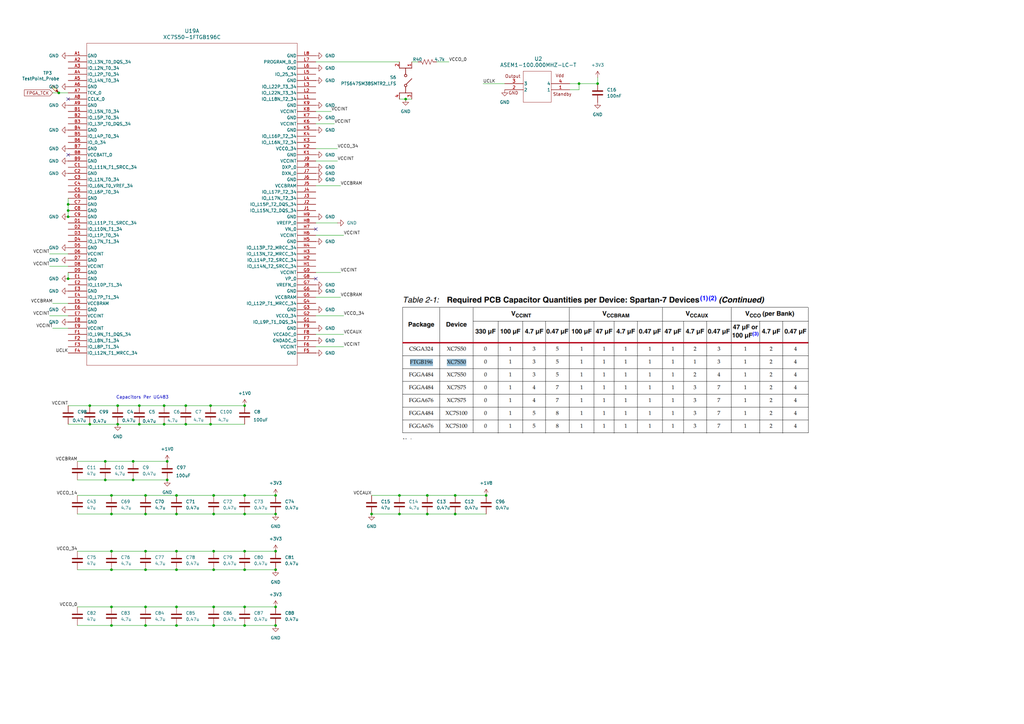
<source format=kicad_sch>
(kicad_sch (version 20250114) (generator "eeschema") (generator_version "9.0")
  (paper "A3")
  (text "Capacitors Per UG483\n" (at 58.42 163.068 0) (effects (font (size 1.27 1.27))))
  (junction (at 186.69 203.2))
  (junction (at 87.63 203.2))
  (junction (at 36.83 173.99))
  (junction (at 72.39 256.54))
  (junction (at 54.61 196.85))
  (junction (at 113.03 256.54))
  (junction (at 27.94 83.82))
  (junction (at 87.63 210.82))
  (junction (at 163.83 203.2))
  (junction (at 113.03 233.68))
  (junction (at 68.58 189.23))
  (junction (at 72.39 233.68))
  (junction (at 45.72 248.92))
  (junction (at 59.69 210.82))
  (junction (at 68.58 196.85))
  (junction (at 57.15 173.99))
  (junction (at 59.69 226.06))
  (junction (at 24.13 38.1))
  (junction (at 113.03 203.2))
  (junction (at 48.26 173.99))
  (junction (at 113.03 248.92))
  (junction (at 175.26 210.82))
  (junction (at 86.36 166.37))
  (junction (at 166.37 40.64))
  (junction (at 72.39 210.82))
  (junction (at 72.39 203.2))
  (junction (at 100.33 248.92))
  (junction (at 72.39 226.06))
  (junction (at 27.94 114.3))
  (junction (at 87.63 233.68))
  (junction (at 175.26 203.2))
  (junction (at 237.49 34.29))
  (junction (at 67.31 173.99))
  (junction (at 59.69 248.92))
  (junction (at 54.61 189.23))
  (junction (at 87.63 256.54))
  (junction (at 45.72 210.82))
  (junction (at 27.94 88.9))
  (junction (at 186.69 210.82))
  (junction (at 45.72 233.68))
  (junction (at 86.36 173.99))
  (junction (at 87.63 226.06))
  (junction (at 36.83 166.37))
  (junction (at 113.03 226.06))
  (junction (at 87.63 248.92))
  (junction (at 59.69 203.2))
  (junction (at 100.33 233.68))
  (junction (at 72.39 248.92))
  (junction (at 59.69 233.68))
  (junction (at 45.72 256.54))
  (junction (at 245.11 34.29))
  (junction (at 199.39 203.2))
  (junction (at 100.33 166.37))
  (junction (at 100.33 203.2))
  (junction (at 45.72 226.06))
  (junction (at 45.72 203.2))
  (junction (at 152.4 210.82))
  (junction (at 163.83 210.82))
  (junction (at 48.26 166.37))
  (junction (at 76.2 166.37))
  (junction (at 59.69 256.54))
  (junction (at 43.18 196.85))
  (junction (at 76.2 173.99))
  (junction (at 67.31 166.37))
  (junction (at 27.94 86.36))
  (junction (at 100.33 256.54))
  (junction (at 113.03 210.82))
  (junction (at 43.18 189.23))
  (junction (at 57.15 166.37))
  (junction (at 100.33 210.82))
  (junction (at 100.33 226.06))
  (no_connect (at 27.94 63.5))
  (no_connect (at 27.94 40.64))
  (no_connect (at 129.54 93.98))
  (no_connect (at 129.54 114.3))
  (wire (pts (xy 36.83 173.99) (xy 48.26 173.99)))
  (wire (pts (xy 168.91 25.4) (xy 171.45 25.4)))
  (wire (pts (xy 67.31 173.99) (xy 76.2 173.99)))
  (wire (pts (xy 140.97 142.24) (xy 129.54 142.24)))
  (wire (pts (xy 199.39 203.2) (xy 186.69 203.2)))
  (wire (pts (xy 137.16 50.8) (xy 129.54 50.8)))
  (wire (pts (xy 21.59 134.62) (xy 27.94 134.62)))
  (wire (pts (xy 233.68 36.83) (xy 237.49 36.83)))
  (wire (pts (xy 76.2 173.99) (xy 86.36 173.99)))
  (wire (pts (xy 87.63 256.54) (xy 100.33 256.54)))
  (wire (pts (xy 68.58 196.85) (xy 54.61 196.85)))
  (wire (pts (xy 72.39 203.2) (xy 87.63 203.2)))
  (wire (pts (xy 48.26 166.37) (xy 57.15 166.37)))
  (wire (pts (xy 45.72 226.06) (xy 59.69 226.06)))
  (wire (pts (xy 20.32 129.54) (xy 27.94 129.54)))
  (wire (pts (xy 31.75 233.68) (xy 45.72 233.68)))
  (wire (pts (xy 166.37 40.64) (xy 163.83 40.64)))
  (wire (pts (xy 24.13 38.1) (xy 27.94 38.1)))
  (wire (pts (xy 43.18 196.85) (xy 31.75 196.85)))
  (wire (pts (xy 72.39 226.06) (xy 87.63 226.06)))
  (wire (pts (xy 21.59 124.46) (xy 27.94 124.46)))
  (wire (pts (xy 43.18 189.23) (xy 31.75 189.23)))
  (wire (pts (xy 68.58 189.23) (xy 54.61 189.23)))
  (wire (pts (xy 139.7 76.2) (xy 129.54 76.2)))
  (wire (pts (xy 175.26 203.2) (xy 163.83 203.2)))
  (wire (pts (xy 245.11 31.75) (xy 245.11 34.29)))
  (wire (pts (xy 86.36 166.37) (xy 100.33 166.37)))
  (wire (pts (xy 48.26 173.99) (xy 57.15 173.99)))
  (wire (pts (xy 163.83 203.2) (xy 152.4 203.2)))
  (wire (pts (xy 43.18 196.85) (xy 54.61 196.85)))
  (wire (pts (xy 87.63 210.82) (xy 100.33 210.82)))
  (wire (pts (xy 237.49 34.29) (xy 245.11 34.29)))
  (wire (pts (xy 138.43 60.96) (xy 129.54 60.96)))
  (wire (pts (xy 45.72 210.82) (xy 59.69 210.82)))
  (wire (pts (xy 27.94 81.28) (xy 27.94 83.82)))
  (wire (pts (xy 27.94 166.37) (xy 36.83 166.37)))
  (wire (pts (xy 175.26 210.82) (xy 186.69 210.82)))
  (wire (pts (xy 20.32 104.14) (xy 27.94 104.14)))
  (wire (pts (xy 72.39 248.92) (xy 87.63 248.92)))
  (wire (pts (xy 31.75 256.54) (xy 45.72 256.54)))
  (wire (pts (xy 87.63 248.92) (xy 100.33 248.92)))
  (wire (pts (xy 100.33 248.92) (xy 113.03 248.92)))
  (wire (pts (xy 186.69 210.82) (xy 199.39 210.82)))
  (wire (pts (xy 86.36 173.99) (xy 100.33 173.99)))
  (wire (pts (xy 237.49 34.29) (xy 233.68 34.29)))
  (wire (pts (xy 139.7 111.76) (xy 129.54 111.76)))
  (wire (pts (xy 100.33 256.54) (xy 113.03 256.54)))
  (wire (pts (xy 72.39 210.82) (xy 87.63 210.82)))
  (wire (pts (xy 100.33 203.2) (xy 113.03 203.2)))
  (wire (pts (xy 59.69 210.82) (xy 72.39 210.82)))
  (wire (pts (xy 59.69 226.06) (xy 72.39 226.06)))
  (wire (pts (xy 168.91 40.64) (xy 166.37 40.64)))
  (wire (pts (xy 59.69 256.54) (xy 72.39 256.54)))
  (wire (pts (xy 31.75 203.2) (xy 45.72 203.2)))
  (wire (pts (xy 20.32 109.22) (xy 27.94 109.22)))
  (wire (pts (xy 59.69 233.68) (xy 72.39 233.68)))
  (wire (pts (xy 138.43 91.44) (xy 129.54 91.44)))
  (wire (pts (xy 179.07 25.4) (xy 184.15 25.4)))
  (wire (pts (xy 27.94 86.36) (xy 27.94 88.9)))
  (wire (pts (xy 138.43 66.04) (xy 129.54 66.04)))
  (wire (pts (xy 140.97 129.54) (xy 129.54 129.54)))
  (wire (pts (xy 36.83 166.37) (xy 48.26 166.37)))
  (wire (pts (xy 163.83 210.82) (xy 175.26 210.82)))
  (wire (pts (xy 100.33 233.68) (xy 113.03 233.68)))
  (wire (pts (xy 139.7 121.92) (xy 129.54 121.92)))
  (wire (pts (xy 57.15 166.37) (xy 67.31 166.37)))
  (wire (pts (xy 87.63 203.2) (xy 100.33 203.2)))
  (wire (pts (xy 100.33 226.06) (xy 113.03 226.06)))
  (wire (pts (xy 45.72 256.54) (xy 59.69 256.54)))
  (wire (pts (xy 186.69 203.2) (xy 175.26 203.2)))
  (wire (pts (xy 27.94 111.76) (xy 27.94 114.3)))
  (wire (pts (xy 87.63 233.68) (xy 100.33 233.68)))
  (wire (pts (xy 152.4 210.82) (xy 163.83 210.82)))
  (wire (pts (xy 57.15 173.99) (xy 67.31 173.99)))
  (wire (pts (xy 87.63 226.06) (xy 100.33 226.06)))
  (wire (pts (xy 129.54 25.4) (xy 163.83 25.4)))
  (wire (pts (xy 27.94 83.82) (xy 27.94 86.36)))
  (wire (pts (xy 31.75 226.06) (xy 45.72 226.06)))
  (wire (pts (xy 31.75 248.92) (xy 45.72 248.92)))
  (wire (pts (xy 67.31 166.37) (xy 76.2 166.37)))
  (wire (pts (xy 72.39 233.68) (xy 87.63 233.68)))
  (wire (pts (xy 21.59 38.1) (xy 24.13 38.1)))
  (wire (pts (xy 72.39 256.54) (xy 87.63 256.54)))
  (wire (pts (xy 135.89 45.72) (xy 129.54 45.72)))
  (wire (pts (xy 45.72 233.68) (xy 59.69 233.68)))
  (wire (pts (xy 27.94 173.99) (xy 36.83 173.99)))
  (wire (pts (xy 31.75 210.82) (xy 45.72 210.82)))
  (wire (pts (xy 237.49 36.83) (xy 237.49 34.29)))
  (wire (pts (xy 59.69 203.2) (xy 72.39 203.2)))
  (wire (pts (xy 100.33 210.82) (xy 113.03 210.82)))
  (wire (pts (xy 45.72 248.92) (xy 59.69 248.92)))
  (wire (pts (xy 198.12 34.29) (xy 207.01 34.29)))
  (wire (pts (xy 59.69 248.92) (xy 72.39 248.92)))
  (wire (pts (xy 76.2 166.37) (xy 86.36 166.37)))
  (wire (pts (xy 140.97 96.52) (xy 129.54 96.52)))
  (wire (pts (xy 140.97 137.16) (xy 129.54 137.16)))
  (wire (pts (xy 45.72 203.2) (xy 59.69 203.2)))
  (wire (pts (xy 54.61 189.23) (xy 43.18 189.23)))
  (image (at 248.412 149.352) (scale 0.500003))
  (label "VCCINT" (at 137.16 50.8 0))
  (label "VCCBRAM" (at 139.7 121.92 0))
  (label "VCCINT" (at 27.94 166.37 180))
  (label "VCCO_0" (at 184.15 25.4 0))
  (label "VCCAUX" (at 152.4 203.2 180))
  (label "VCCINT" (at 20.32 104.14 180))
  (label "VCCO_34" (at 138.43 60.96 0))
  (label "VCCBRAM" (at 139.7 76.2 0))
  (label "VCCO_0" (at 31.75 248.92 180))
  (label "VCCINT" (at 140.97 142.24 0))
  (label "VCCINT" (at 20.32 129.54 180))
  (label "VCCO_34" (at 31.75 226.06 180))
  (label "VCCINT" (at 135.89 45.72 0))
  (label "VCCAUX" (at 140.97 137.16 0))
  (label "VCCINT" (at 140.97 96.52 0))
  (label "VCCINT" (at 138.43 66.04 0))
  (label "VCCINT" (at 139.7 111.76 0))
  (label "VCCO_34" (at 140.97 129.54 0))
  (label "VCCINT" (at 21.59 134.62 180))
  (label "VCCO_14" (at 31.75 203.2 180))
  (label "VCCBRAM" (at 31.75 189.23 180))
  (label "VCCINT" (at 20.32 109.22 180))
  (label "UCLK" (at 198.12 34.29 0))
  (label "VCCBRAM" (at 21.59 124.46 180))
  (label "UCLK" (at 27.94 144.78 180))
  (global_label "FPGA_TCK" (shape input) (at 21.59 38.1 180) (property "Intersheetrefs" "${INTERSHEET_REFS}" (effects (hide yes))))
  (symbol (lib_id "power:GND") (at 138.43 91.44 90) (unit 1)
    (property "Reference" "#PWR030" (effects (hide yes)))
    (property "Value" "GND" (at 142.24 91.4399 90) (effects (justify right)))
    (property "Description" "Power symbol creates a global label with name \"GND\" , ground" (effects (hide yes)))
  )
  (symbol (lib_id "Device:C") (at 87.63 229.87 0) (unit 1)
    (property "Reference" "C79" (at 91.44 228.5999 0) (effects (justify left)))
    (property "Value" "0.47u" (at 91.44 231.1399 0) (effects (justify left)))
    (property "Footprint" "Capacitor_SMD:C_0402_1005Metric" (effects (hide yes)))
    (property "Description" "Unpolarized capacitor" (effects (hide yes)))
  )
  (symbol (lib_id "Device:C") (at 163.83 207.01 0) (unit 1)
    (property "Reference" "C14" (at 167.64 205.7399 0) (effects (justify left)))
    (property "Value" "4.7u" (at 167.64 208.2799 0) (effects (justify left)))
    (property "Footprint" "Capacitor_SMD:C_0402_1005Metric" (effects (hide yes)))
    (property "Description" "Unpolarized capacitor" (effects (hide yes)))
  )
  (symbol (lib_id "Device:C") (at 86.36 170.18 0) (unit 1)
    (property "Reference" "C100" (at 90.17 168.9099 0) (effects (justify left)))
    (property "Value" "4.7u" (at 89.408 172.212 0) (effects (justify left)))
    (property "Footprint" "Capacitor_SMD:C_0402_1005Metric" (effects (hide yes)))
    (property "Description" "Unpolarized capacitor" (effects (hide yes)))
  )
  (symbol (lib_id "power:+3V3") (at 113.03 248.92 0) (unit 1)
    (property "Reference" "#PWR0143" (effects (hide yes)))
    (property "Value" "+3V3" (at 113.03 243.84 0))
    (property "Description" "Power symbol creates a global label with name \"+3V3\"" (effects (hide yes)))
  )
  (symbol (lib_id "Connector:TestPoint_Probe") (at 24.13 38.1 0) (mirror y) (unit 1)
    (property "Reference" "TP3" (at 21.336 29.972 0) (effects (justify left)))
    (property "Value" "TestPoint_Probe" (at 24.384 32.258 0) (effects (justify left)))
    (property "Footprint" "TestPoint:TestPoint_Pad_D1.0mm" (effects (hide yes)))
    (property "Description" "test point (alternative probe-style design)" (effects (hide yes)))
  )
  (symbol (lib_id "Device:C") (at 54.61 193.04 0) (unit 1)
    (property "Reference" "C9" (at 58.42 191.7699 0) (effects (justify left)))
    (property "Value" "0.47u" (at 58.42 194.3099 0) (effects (justify left)))
    (property "Footprint" "Capacitor_SMD:C_0402_1005Metric" (effects (hide yes)))
    (property "Description" "Unpolarized capacitor" (effects (hide yes)))
  )
  (symbol (lib_id "power:GND") (at 27.94 114.3 270) (unit 1)
    (property "Reference" "#PWR0226" (effects (hide yes)))
    (property "Value" "GND" (at 24.13 114.2999 90) (effects (justify right)))
    (property "Description" "Power symbol creates a global label with name \"GND\" , ground" (effects (hide yes)))
  )
  (symbol (lib_id "Device:C") (at 45.72 252.73 0) (unit 1)
    (property "Reference" "C83" (at 49.53 251.4599 0) (effects (justify left)))
    (property "Value" "4.7u" (at 49.53 253.9999 0) (effects (justify left)))
    (property "Footprint" "Capacitor_SMD:C_0402_1005Metric" (effects (hide yes)))
    (property "Description" "Unpolarized capacitor" (effects (hide yes)))
  )
  (symbol (lib_id "power:GND") (at 113.03 256.54 0) (unit 1)
    (property "Reference" "#PWR0163" (effects (hide yes)))
    (property "Value" "GND" (at 113.03 261.62 0))
    (property "Description" "Power symbol creates a global label with name \"GND\" , ground" (effects (hide yes)))
  )
  (symbol (lib_id "power:GND") (at 113.03 210.82 0) (unit 1)
    (property "Reference" "#PWR069" (effects (hide yes)))
    (property "Value" "GND" (at 113.03 215.9 0))
    (property "Description" "Power symbol creates a global label with name \"GND\" , ground" (effects (hide yes)))
  )
  (symbol (lib_id "Device:C") (at 59.69 207.01 0) (unit 1)
    (property "Reference" "C70" (at 63.5 205.7399 0) (effects (justify left)))
    (property "Value" "4.7u" (at 63.5 208.2799 0) (effects (justify left)))
    (property "Footprint" "Capacitor_SMD:C_0402_1005Metric" (effects (hide yes)))
    (property "Description" "Unpolarized capacitor" (effects (hide yes)))
  )
  (symbol (lib_id "power:GND") (at 27.94 132.08 270) (unit 1)
    (property "Reference" "#PWR0223" (effects (hide yes)))
    (property "Value" "GND" (at 24.13 132.0799 90) (effects (justify right)))
    (property "Description" "Power symbol creates a global label with name \"GND\" , ground" (effects (hide yes)))
  )
  (symbol (lib_id "power:GND") (at 27.94 22.86 270) (unit 1)
    (property "Reference" "#PWR0236" (effects (hide yes)))
    (property "Value" "GND" (at 24.13 22.8599 90) (effects (justify right)))
    (property "Description" "Power symbol creates a global label with name \"GND\" , ground" (effects (hide yes)))
  )
  (symbol (lib_id "Device:C") (at 199.39 207.01 0) (unit 1)
    (property "Reference" "C96" (at 203.2 205.7399 0) (effects (justify left)))
    (property "Value" "0.47u" (at 203.2 208.2799 0) (effects (justify left)))
    (property "Footprint" "Capacitor_SMD:C_0402_1005Metric" (effects (hide yes)))
    (property "Description" "Unpolarized capacitor" (effects (hide yes)))
  )
  (symbol (lib_id "power:GND") (at 27.94 60.96 270) (unit 1)
    (property "Reference" "#PWR0232" (effects (hide yes)))
    (property "Value" "GND" (at 24.13 60.9599 90) (effects (justify right)))
    (property "Description" "Power symbol creates a global label with name \"GND\" , ground" (effects (hide yes)))
  )
  (symbol (lib_id "Device:R_US") (at 175.26 25.4 270) (mirror x) (unit 1)
    (property "Reference" "R40" (at 171.196 24.384 90))
    (property "Value" "4.7k" (at 180.34 24.384 90))
    (property "Footprint" "Resistor_SMD:R_0402_1005Metric" (effects (hide yes)))
    (property "Description" "Resistor, US symbol" (effects (hide yes)))
  )
  (symbol (lib_id "power:GND") (at 207.01 36.83 0) (unit 1)
    (property "Reference" "#PWR091" (effects (hide yes)))
    (property "Value" "GND" (at 207.01 41.91 0))
    (property "Description" "Power symbol creates a global label with name \"GND\" , ground" (effects (hide yes)))
  )
  (symbol (lib_id "Device:C") (at 31.75 252.73 0) (unit 1)
    (property "Reference" "C82" (at 35.56 251.4599 0) (effects (justify left)))
    (property "Value" "47u" (at 35.56 253.9999 0) (effects (justify left)))
    (property "Footprint" "Capacitor_SMD:C_0603_1608Metric" (effects (hide yes)))
    (property "Description" "Unpolarized capacitor" (effects (hide yes)))
  )
  (symbol (lib_id "power:GND") (at 129.54 33.02 90) (unit 1)
    (property "Reference" "#PWR0220" (effects (hide yes)))
    (property "Value" "GND" (at 133.35 33.0199 90) (effects (justify right)))
    (property "Description" "Power symbol creates a global label with name \"GND\" , ground" (effects (hide yes)))
  )
  (symbol (lib_id "power:+3V3") (at 113.03 203.2 0) (unit 1)
    (property "Reference" "#PWR071" (effects (hide yes)))
    (property "Value" "+3V3" (at 113.03 198.12 0))
    (property "Description" "Power symbol creates a global label with name \"+3V3\"" (effects (hide yes)))
  )
  (symbol (lib_id "Device:C") (at 76.2 170.18 0) (unit 1)
    (property "Reference" "C7" (at 80.01 168.9099 0) (effects (justify left)))
    (property "Value" "4.7u" (at 79.248 172.212 0) (effects (justify left)))
    (property "Footprint" "Capacitor_SMD:C_0402_1005Metric" (effects (hide yes)))
    (property "Description" "Unpolarized capacitor" (effects (hide yes)))
  )
  (symbol (lib_id "power:GND") (at 129.54 22.86 90) (unit 1)
    (property "Reference" "#PWR0221" (effects (hide yes)))
    (property "Value" "GND" (at 133.35 22.8599 90) (effects (justify right)))
    (property "Description" "Power symbol creates a global label with name \"GND\" , ground" (effects (hide yes)))
  )
  (symbol (lib_id "power:GND") (at 129.54 116.84 90) (unit 1)
    (property "Reference" "#PWR0237" (effects (hide yes)))
    (property "Value" "GND" (at 133.35 116.8399 90) (effects (justify right)))
    (property "Description" "Power symbol creates a global label with name \"GND\" , ground" (effects (hide yes)))
  )
  (symbol (lib_id "power:GND") (at 129.54 68.58 90) (unit 1)
    (property "Reference" "#PWR031" (effects (hide yes)))
    (property "Value" "GND" (at 133.35 68.5799 90) (effects (justify right)))
    (property "Description" "Power symbol creates a global label with name \"GND\" , ground" (effects (hide yes)))
  )
  (symbol (lib_id "power:GND") (at 27.94 106.68 270) (unit 1)
    (property "Reference" "#PWR0227" (effects (hide yes)))
    (property "Value" "GND" (at 24.13 106.6799 90) (effects (justify right)))
    (property "Description" "Power symbol creates a global label with name \"GND\" , ground" (effects (hide yes)))
  )
  (symbol (lib_id "power:+1V8") (at 199.39 203.2 0) (unit 1)
    (property "Reference" "#PWR087" (effects (hide yes)))
    (property "Value" "+1V8" (at 199.39 198.12 0))
    (property "Description" "Power symbol creates a global label with name \"+1V8\"" (effects (hide yes)))
  )
  (symbol (lib_id "power:GND") (at 27.94 43.18 270) (unit 1)
    (property "Reference" "#PWR0234" (effects (hide yes)))
    (property "Value" "GND" (at 24.13 43.1799 90) (effects (justify right)))
    (property "Description" "Power symbol creates a global label with name \"GND\" , ground" (effects (hide yes)))
  )
  (symbol (lib_id "power:GND") (at 27.94 101.6 270) (unit 1)
    (property "Reference" "#PWR0228" (effects (hide yes)))
    (property "Value" "GND" (at 24.13 101.5999 90) (effects (justify right)))
    (property "Description" "Power symbol creates a global label with name \"GND\" , ground" (effects (hide yes)))
  )
  (symbol (lib_id "Device:C") (at 72.39 207.01 0) (unit 1)
    (property "Reference" "C71" (at 76.2 205.7399 0) (effects (justify left)))
    (property "Value" "0.47u" (at 76.2 208.2799 0) (effects (justify left)))
    (property "Footprint" "Capacitor_SMD:C_0402_1005Metric" (effects (hide yes)))
    (property "Description" "Unpolarized capacitor" (effects (hide yes)))
  )
  (symbol (lib_id "power:GND") (at 129.54 71.12 90) (unit 1)
    (property "Reference" "#PWR032" (effects (hide yes)))
    (property "Value" "GND" (at 133.35 71.1199 90) (effects (justify right)))
    (property "Description" "Power symbol creates a global label with name \"GND\" , ground" (effects (hide yes)))
  )
  (symbol (lib_id "power:GND") (at 27.94 66.04 270) (unit 1)
    (property "Reference" "#PWR0231" (effects (hide yes)))
    (property "Value" "GND" (at 24.13 66.0399 90) (effects (justify right)))
    (property "Description" "Power symbol creates a global label with name \"GND\" , ground" (effects (hide yes)))
  )
  (symbol (lib_id "Device:C") (at 100.33 207.01 0) (unit 1)
    (property "Reference" "C73" (at 104.14 205.7399 0) (effects (justify left)))
    (property "Value" "0.47u" (at 104.14 208.2799 0) (effects (justify left)))
    (property "Footprint" "Capacitor_SMD:C_0402_1005Metric" (effects (hide yes)))
    (property "Description" "Unpolarized capacitor" (effects (hide yes)))
  )
  (symbol (lib_id "power:GND") (at 27.94 35.56 270) (unit 1)
    (property "Reference" "#PWR0235" (effects (hide yes)))
    (property "Value" "GND" (at 24.13 35.5599 90) (effects (justify right)))
    (property "Description" "Power symbol creates a global label with name \"GND\" , ground" (effects (hide yes)))
  )
  (symbol (lib_id "Device:C") (at 27.94 170.18 0) (unit 1)
    (property "Reference" "C98" (at 31.75 168.9099 0) (effects (justify left)))
    (property "Value" "0.47u" (at 29.718 172.466 0) (effects (justify left)))
    (property "Footprint" "Capacitor_SMD:C_0402_1005Metric" (effects (hide yes)))
    (property "Description" "Unpolarized capacitor" (effects (hide yes)))
  )
  (symbol (lib_id "power:+3V3") (at 245.11 31.75 0) (unit 1)
    (property "Reference" "#PWR089" (effects (hide yes)))
    (property "Value" "+3V3" (at 245.11 26.67 0))
    (property "Description" "Power symbol creates a global label with name \"+3V3\"" (effects (hide yes)))
  )
  (symbol (lib_id "power:GND") (at 129.54 73.66 90) (unit 1)
    (property "Reference" "#PWR0215" (effects (hide yes)))
    (property "Value" "GND" (at 133.35 73.6599 90) (effects (justify right)))
    (property "Description" "Power symbol creates a global label with name \"GND\" , ground" (effects (hide yes)))
  )
  (symbol (lib_id "Device:C") (at 100.33 170.18 0) (unit 1)
    (property "Reference" "C8" (at 104.14 168.9099 0) (effects (justify left)))
    (property "Value" "100uF" (at 103.886 172.212 0) (effects (justify left)))
    (property "Footprint" "Capacitor_SMD:C_0805_2012Metric" (effects (hide yes)))
    (property "Description" "Unpolarized capacitor" (effects (hide yes)))
  )
  (symbol (lib_id "Device:C") (at 113.03 252.73 0) (unit 1)
    (property "Reference" "C88" (at 116.84 251.4599 0) (effects (justify left)))
    (property "Value" "0.47u" (at 116.84 253.9999 0) (effects (justify left)))
    (property "Footprint" "Capacitor_SMD:C_0402_1005Metric" (effects (hide yes)))
    (property "Description" "Unpolarized capacitor" (effects (hide yes)))
  )
  (symbol (lib_id "Device:C") (at 31.75 193.04 0) (unit 1)
    (property "Reference" "C11" (at 35.56 191.7699 0) (effects (justify left)))
    (property "Value" "47u" (at 35.56 194.3099 0) (effects (justify left)))
    (property "Footprint" "Capacitor_SMD:C_0603_1608Metric" (effects (hide yes)))
    (property "Description" "Unpolarized capacitor" (effects (hide yes)))
  )
  (symbol (lib_id "Device:C") (at 152.4 207.01 0) (unit 1)
    (property "Reference" "C15" (at 156.21 205.7399 0) (effects (justify left)))
    (property "Value" "47u" (at 156.21 208.2799 0) (effects (justify left)))
    (property "Footprint" "Capacitor_SMD:C_0603_1608Metric" (effects (hide yes)))
    (property "Description" "Unpolarized capacitor" (effects (hide yes)))
  )
  (symbol (lib_id "power:GND") (at 166.37 40.64 0) (mirror y) (unit 1)
    (property "Reference" "#PWR0242" (effects (hide yes)))
    (property "Value" "GND" (at 166.37 45.72 0))
    (property "Description" "Power symbol creates a global label with name \"GND\" , ground" (effects (hide yes)))
  )
  (symbol (lib_id "Device:C") (at 45.72 207.01 0) (unit 1)
    (property "Reference" "C69" (at 49.53 205.7399 0) (effects (justify left)))
    (property "Value" "4.7u" (at 49.53 208.2799 0) (effects (justify left)))
    (property "Footprint" "Capacitor_SMD:C_0402_1005Metric" (effects (hide yes)))
    (property "Description" "Unpolarized capacitor" (effects (hide yes)))
  )
  (symbol (lib_id "power:GND") (at 27.94 53.34 270) (unit 1)
    (property "Reference" "#PWR0233" (effects (hide yes)))
    (property "Value" "GND" (at 24.13 53.3399 90) (effects (justify right)))
    (property "Description" "Power symbol creates a global label with name \"GND\" , ground" (effects (hide yes)))
  )
  (symbol (lib_id "power:GND") (at 27.94 119.38 270) (unit 1)
    (property "Reference" "#PWR0225" (effects (hide yes)))
    (property "Value" "GND" (at 24.13 119.3799 90) (effects (justify right)))
    (property "Description" "Power symbol creates a global label with name \"GND\" , ground" (effects (hide yes)))
  )
  (symbol (lib_id "Device:C") (at 67.31 170.18 0) (unit 1)
    (property "Reference" "C6" (at 71.12 168.9099 0) (effects (justify left)))
    (property "Value" "4.7u" (at 68.58 172.466 0) (effects (justify left)))
    (property "Footprint" "Capacitor_SMD:C_0402_1005Metric" (effects (hide yes)))
    (property "Description" "Unpolarized capacitor" (effects (hide yes)))
  )
  (symbol (lib_id "power:GND") (at 129.54 144.78 90) (unit 1)
    (property "Reference" "#PWR0209" (effects (hide yes)))
    (property "Value" "GND" (at 133.35 144.7799 90) (effects (justify right)))
    (property "Description" "Power symbol creates a global label with name \"GND\" , ground" (effects (hide yes)))
  )
  (symbol (lib_id "power:GND") (at 129.54 99.06 90) (unit 1)
    (property "Reference" "#PWR0213" (effects (hide yes)))
    (property "Value" "GND" (at 133.35 99.0599 90) (effects (justify right)))
    (property "Description" "Power symbol creates a global label with name \"GND\" , ground" (effects (hide yes)))
  )
  (symbol (lib_id "Device:C") (at 31.75 229.87 0) (unit 1)
    (property "Reference" "C75" (at 35.56 228.5999 0) (effects (justify left)))
    (property "Value" "47u" (at 35.56 231.1399 0) (effects (justify left)))
    (property "Footprint" "Capacitor_SMD:C_0603_1608Metric" (effects (hide yes)))
    (property "Description" "Unpolarized capacitor" (effects (hide yes)))
  )
  (symbol (lib_id "Device:C") (at 36.83 170.18 0) (unit 1)
    (property "Reference" "C99" (at 40.64 168.9099 0) (effects (justify left)))
    (property "Value" "0.47u" (at 38.1 172.72 0) (effects (justify left)))
    (property "Footprint" "Capacitor_SMD:C_0402_1005Metric" (effects (hide yes)))
    (property "Description" "Unpolarized capacitor" (effects (hide yes)))
  )
  (symbol (lib_id "power:GND") (at 27.94 88.9 270) (unit 1)
    (property "Reference" "#PWR0229" (effects (hide yes)))
    (property "Value" "GND" (at 24.13 88.8999 90) (effects (justify right)))
    (property "Description" "Power symbol creates a global label with name \"GND\" , ground" (effects (hide yes)))
  )
  (symbol (lib_id "power:GND") (at 129.54 53.34 90) (unit 1)
    (property "Reference" "#PWR0217" (effects (hide yes)))
    (property "Value" "GND" (at 133.35 53.3399 90) (effects (justify right)))
    (property "Description" "Power symbol creates a global label with name \"GND\" , ground" (effects (hide yes)))
  )
  (symbol (lib_id "Device:C") (at 87.63 207.01 0) (unit 1)
    (property "Reference" "C72" (at 91.44 205.7399 0) (effects (justify left)))
    (property "Value" "0.47u" (at 91.44 208.2799 0) (effects (justify left)))
    (property "Footprint" "Capacitor_SMD:C_0402_1005Metric" (effects (hide yes)))
    (property "Description" "Unpolarized capacitor" (effects (hide yes)))
  )
  (symbol (lib_id "power:GND") (at 129.54 119.38 90) (unit 1)
    (property "Reference" "#PWR0212" (effects (hide yes)))
    (property "Value" "GND" (at 133.35 119.3799 90) (effects (justify right)))
    (property "Description" "Power symbol creates a global label with name \"GND\" , ground" (effects (hide yes)))
  )
  (symbol (lib_id "Device:C") (at 59.69 229.87 0) (unit 1)
    (property "Reference" "C77" (at 63.5 228.5999 0) (effects (justify left)))
    (property "Value" "4.7u" (at 63.5 231.1399 0) (effects (justify left)))
    (property "Footprint" "Capacitor_SMD:C_0402_1005Metric" (effects (hide yes)))
    (property "Description" "Unpolarized capacitor" (effects (hide yes)))
  )
  (symbol (lib_id "power:+1V0") (at 68.58 189.23 0) (unit 1)
    (property "Reference" "#PWR083" (effects (hide yes)))
    (property "Value" "+1V0" (at 68.58 184.15 0))
    (property "Description" "Power symbol creates a global label with name \"+1V0\"" (effects (hide yes)))
  )
  (symbol (lib_id "Device:C") (at 43.18 193.04 0) (unit 1)
    (property "Reference" "C10" (at 46.99 191.7699 0) (effects (justify left)))
    (property "Value" "4.7u" (at 46.99 194.3099 0) (effects (justify left)))
    (property "Footprint" "Capacitor_SMD:C_0402_1005Metric" (effects (hide yes)))
    (property "Description" "Unpolarized capacitor" (effects (hide yes)))
  )
  (symbol (lib_id "Device:C") (at 45.72 229.87 0) (unit 1)
    (property "Reference" "C76" (at 49.53 228.5999 0) (effects (justify left)))
    (property "Value" "4.7u" (at 49.53 231.1399 0) (effects (justify left)))
    (property "Footprint" "Capacitor_SMD:C_0402_1005Metric" (effects (hide yes)))
    (property "Description" "Unpolarized capacitor" (effects (hide yes)))
  )
  (symbol (lib_id "FPGA&MCU:ASEM1-100.000MHZ-LC-T") (at 207.01 34.29 0) (unit 1)
    (property "Reference" "U2" (at 220.7895 24.13 0) (effects (font (size 1.524 1.524))))
    (property "Value" "ASEM1-100.000MHZ-LC-T" (at 220.7895 26.67 0) (effects (font (size 1.524 1.524))))
    (property "Footprint" "FPGA&MCU:CHIP_100.000MHZ-LC-T_ABR" (effects (hide yes)))
    (property "Datasheet" "ASEM1-100.000MHZ-LC-T" (effects (hide yes)))
  )
  (symbol (lib_id "Device:C") (at 87.63 252.73 0) (unit 1)
    (property "Reference" "C86" (at 91.44 251.4599 0) (effects (justify left)))
    (property "Value" "0.47u" (at 91.44 253.9999 0) (effects (justify left)))
    (property "Footprint" "Capacitor_SMD:C_0402_1005Metric" (effects (hide yes)))
    (property "Description" "Unpolarized capacitor" (effects (hide yes)))
  )
  (symbol (lib_id "Device:C") (at 175.26 207.01 0) (unit 1)
    (property "Reference" "C13" (at 179.07 205.7399 0) (effects (justify left)))
    (property "Value" "0.47u" (at 179.07 208.2799 0) (effects (justify left)))
    (property "Footprint" "Capacitor_SMD:C_0402_1005Metric" (effects (hide yes)))
    (property "Description" "Unpolarized capacitor" (effects (hide yes)))
  )
  (symbol (lib_id "Device:C") (at 31.75 207.01 0) (unit 1)
    (property "Reference" "C43" (at 35.56 205.7399 0) (effects (justify left)))
    (property "Value" "47u" (at 35.56 208.2799 0) (effects (justify left)))
    (property "Footprint" "Capacitor_SMD:C_0603_1608Metric" (effects (hide yes)))
    (property "Description" "Unpolarized capacitor" (effects (hide yes)))
  )
  (symbol (lib_id "power:GND") (at 129.54 139.7 90) (unit 1)
    (property "Reference" "#PWR0238" (effects (hide yes)))
    (property "Value" "GND" (at 133.35 139.6999 90) (effects (justify right)))
    (property "Description" "Power symbol creates a global label with name \"GND\" , ground" (effects (hide yes)))
  )
  (symbol (lib_id "power:GND") (at 129.54 48.26 90) (unit 1)
    (property "Reference" "#PWR0218" (effects (hide yes)))
    (property "Value" "GND" (at 133.35 48.2599 90) (effects (justify right)))
    (property "Description" "Power symbol creates a global label with name \"GND\" , ground" (effects (hide yes)))
  )
  (symbol (lib_id "power:GND") (at 113.03 233.68 0) (unit 1)
    (property "Reference" "#PWR075" (effects (hide yes)))
    (property "Value" "GND" (at 113.03 238.76 0))
    (property "Description" "Power symbol creates a global label with name \"GND\" , ground" (effects (hide yes)))
  )
  (symbol (lib_id "power:GND") (at 68.58 196.85 0) (unit 1)
    (property "Reference" "#PWR084" (effects (hide yes)))
    (property "Value" "GND" (at 68.58 201.93 0))
    (property "Description" "Power symbol creates a global label with name \"GND\" , ground" (effects (hide yes)))
  )
  (symbol (lib_id "Device:C") (at 72.39 252.73 0) (unit 1)
    (property "Reference" "C85" (at 76.2 251.4599 0) (effects (justify left)))
    (property "Value" "0.47u" (at 76.2 253.9999 0) (effects (justify left)))
    (property "Footprint" "Capacitor_SMD:C_0402_1005Metric" (effects (hide yes)))
    (property "Description" "Unpolarized capacitor" (effects (hide yes)))
  )
  (symbol (lib_id "power:+1V0") (at 100.33 166.37 0) (unit 1)
    (property "Reference" "#PWR081" (effects (hide yes)))
    (property "Value" "+1V0" (at 100.33 161.29 0))
    (property "Description" "Power symbol creates a global label with name \"+1V0\"" (effects (hide yes)))
  )
  (symbol (lib_id "power:GND") (at 129.54 43.18 90) (unit 1)
    (property "Reference" "#PWR0219" (effects (hide yes)))
    (property "Value" "GND" (at 133.35 43.1799 90) (effects (justify right)))
    (property "Description" "Power symbol creates a global label with name \"GND\" , ground" (effects (hide yes)))
  )
  (symbol (lib_id "Device:C") (at 48.26 170.18 0) (unit 1)
    (property "Reference" "C4" (at 52.07 168.9099 0) (effects (justify left)))
    (property "Value" "0.47u" (at 50.038 172.466 0) (effects (justify left)))
    (property "Footprint" "Capacitor_SMD:C_0402_1005Metric" (effects (hide yes)))
    (property "Description" "Unpolarized capacitor" (effects (hide yes)))
  )
  (symbol (lib_id "Device:C") (at 59.69 252.73 0) (unit 1)
    (property "Reference" "C84" (at 63.5 251.4599 0) (effects (justify left)))
    (property "Value" "4.7u" (at 63.5 253.9999 0) (effects (justify left)))
    (property "Footprint" "Capacitor_SMD:C_0402_1005Metric" (effects (hide yes)))
    (property "Description" "Unpolarized capacitor" (effects (hide yes)))
  )
  (symbol (lib_id "power:GND") (at 27.94 127 270) (unit 1)
    (property "Reference" "#PWR0224" (effects (hide yes)))
    (property "Value" "GND" (at 24.13 126.9999 90) (effects (justify right)))
    (property "Description" "Power symbol creates a global label with name \"GND\" , ground" (effects (hide yes)))
  )
  (symbol (lib_id "Device:C") (at 57.15 170.18 0) (unit 1)
    (property "Reference" "C5" (at 60.96 168.9099 0) (effects (justify left)))
    (property "Value" "0.47u" (at 58.42 172.72 0) (effects (justify left)))
    (property "Footprint" "Capacitor_SMD:C_0402_1005Metric" (effects (hide yes)))
    (property "Description" "Unpolarized capacitor" (effects (hide yes)))
  )
  (symbol (lib_id "power:GND") (at 48.26 173.99 0) (unit 1)
    (property "Reference" "#PWR082" (effects (hide yes)))
    (property "Value" "GND" (at 48.26 179.07 0))
    (property "Description" "Power symbol creates a global label with name \"GND\" , ground" (effects (hide yes)))
  )
  (symbol (lib_id "Device:C") (at 72.39 229.87 0) (unit 1)
    (property "Reference" "C78" (at 76.2 228.5999 0) (effects (justify left)))
    (property "Value" "0.47u" (at 76.2 231.1399 0) (effects (justify left)))
    (property "Footprint" "Capacitor_SMD:C_0402_1005Metric" (effects (hide yes)))
    (property "Description" "Unpolarized capacitor" (effects (hide yes)))
  )
  (symbol (lib_id "power:GND") (at 129.54 134.62 90) (unit 1)
    (property "Reference" "#PWR0210" (effects (hide yes)))
    (property "Value" "GND" (at 133.35 134.6199 90) (effects (justify right)))
    (property "Description" "Power symbol creates a global label with name \"GND\" , ground" (effects (hide yes)))
  )
  (symbol (lib_id "power:GND") (at 129.54 27.94 90) (unit 1)
    (property "Reference" "#PWR0222" (effects (hide yes)))
    (property "Value" "GND" (at 133.35 27.9399 90) (effects (justify right)))
    (property "Description" "Power symbol creates a global label with name \"GND\" , ground" (effects (hide yes)))
  )
  (symbol (lib_id "Device:C") (at 100.33 252.73 0) (unit 1)
    (property "Reference" "C87" (at 104.14 251.4599 0) (effects (justify left)))
    (property "Value" "0.47u" (at 104.14 253.9999 0) (effects (justify left)))
    (property "Footprint" "Capacitor_SMD:C_0402_1005Metric" (effects (hide yes)))
    (property "Description" "Unpolarized capacitor" (effects (hide yes)))
  )
  (symbol (lib_id "power:GND") (at 129.54 88.9 90) (unit 1)
    (property "Reference" "#PWR0214" (effects (hide yes)))
    (property "Value" "GND" (at 133.35 88.8999 90) (effects (justify right)))
    (property "Description" "Power symbol creates a global label with name \"GND\" , ground" (effects (hide yes)))
  )
  (symbol (lib_id "Device:C") (at 113.03 207.01 0) (unit 1)
    (property "Reference" "C74" (at 116.84 205.7399 0) (effects (justify left)))
    (property "Value" "0.47u" (at 116.84 208.2799 0) (effects (justify left)))
    (property "Footprint" "Capacitor_SMD:C_0402_1005Metric" (effects (hide yes)))
    (property "Description" "Unpolarized capacitor" (effects (hide yes)))
  )
  (symbol (lib_id "power:GND") (at 129.54 63.5 90) (unit 1)
    (property "Reference" "#PWR0216" (effects (hide yes)))
    (property "Value" "GND" (at 133.35 63.4999 90) (effects (justify right)))
    (property "Description" "Power symbol creates a global label with name \"GND\" , ground" (effects (hide yes)))
  )
  (symbol (lib_id "Device:C") (at 245.11 38.1 0) (unit 1)
    (property "Reference" "C16" (at 248.92 36.8299 0) (effects (justify left)))
    (property "Value" "100nF" (at 248.92 39.3699 0) (effects (justify left)))
    (property "Footprint" "Capacitor_SMD:C_0402_1005Metric" (effects (hide yes)))
    (property "Description" "Unpolarized capacitor" (effects (hide yes)))
  )
  (symbol (lib_id "power:GND") (at 129.54 127 90) (unit 1)
    (property "Reference" "#PWR0211" (effects (hide yes)))
    (property "Value" "GND" (at 133.35 126.9999 90) (effects (justify right)))
    (property "Description" "Power symbol creates a global label with name \"GND\" , ground" (effects (hide yes)))
  )
  (symbol (lib_id "FPGA_Interface:PTS647SM38SMTR2_LFS") (at 168.91 40.64 270) (mirror x) (unit 1)
    (property "Reference" "S6" (at 162.56 31.7499 90) (effects (justify right)))
    (property "Value" "PTS647SM38SMTR2_LFS" (at 162.56 34.2899 90) (effects (justify right)))
    (property "Footprint" "FPGA_Interface:PTS647SM38SMTR2LFS" (effects (hide yes)))
    (property "Datasheet" "https://www.ckswitches.com/media/2567/pts647.pdf" (effects (hide yes)))
    (property "Description" "Tactile Switch SPST-NO Top Actuated Surface Mount 0.05A 12V" (effects (hide yes)))
    (property "Manufacturer_Name" "C & K COMPONENTS" (effects (hide yes)))
    (property "Manufacturer_Part_Number" "PTS647SM38SMTR2 LFS" (effects (hide yes)))
  )
  (symbol (lib_id "power:GND") (at 152.4 210.82 0) (unit 1)
    (property "Reference" "#PWR088" (effects (hide yes)))
    (property "Value" "GND" (at 152.4 215.9 0))
    (property "Description" "Power symbol creates a global label with name \"GND\" , ground" (effects (hide yes)))
  )
  (symbol (lib_id "power:GND") (at 245.11 41.91 0) (unit 1)
    (property "Reference" "#PWR090" (effects (hide yes)))
    (property "Value" "GND" (at 245.11 46.99 0))
    (property "Description" "Power symbol creates a global label with name \"GND\" , ground" (effects (hide yes)))
  )
  (symbol (lib_id "Device:C") (at 100.33 229.87 0) (unit 1)
    (property "Reference" "C80" (at 104.14 228.5999 0) (effects (justify left)))
    (property "Value" "0.47u" (at 104.14 231.1399 0) (effects (justify left)))
    (property "Footprint" "Capacitor_SMD:C_0402_1005Metric" (effects (hide yes)))
    (property "Description" "Unpolarized capacitor" (effects (hide yes)))
  )
  (symbol (lib_id "Device:C") (at 186.69 207.01 0) (unit 1)
    (property "Reference" "C12" (at 190.5 205.7399 0) (effects (justify left)))
    (property "Value" "0.47u" (at 190.5 208.2799 0) (effects (justify left)))
    (property "Footprint" "Capacitor_SMD:C_0402_1005Metric" (effects (hide yes)))
    (property "Description" "Unpolarized capacitor" (effects (hide yes)))
  )
  (symbol (lib_id "Device:C") (at 113.03 229.87 0) (unit 1)
    (property "Reference" "C81" (at 116.84 228.5999 0) (effects (justify left)))
    (property "Value" "0.47u" (at 116.84 231.1399 0) (effects (justify left)))
    (property "Footprint" "Capacitor_SMD:C_0402_1005Metric" (effects (hide yes)))
    (property "Description" "Unpolarized capacitor" (effects (hide yes)))
  )
  (symbol (lib_id "power:GND") (at 27.94 71.12 270) (unit 1)
    (property "Reference" "#PWR0230" (effects (hide yes)))
    (property "Value" "GND" (at 24.13 71.1199 90) (effects (justify right)))
    (property "Description" "Power symbol creates a global label with name \"GND\" , ground" (effects (hide yes)))
  )
  (symbol (lib_id "Device:C") (at 68.58 193.04 0) (unit 1)
    (property "Reference" "C97" (at 72.39 191.7699 0) (effects (justify left)))
    (property "Value" "100uF" (at 72.136 195.072 0) (effects (justify left)))
    (property "Footprint" "Capacitor_SMD:C_0805_2012Metric" (effects (hide yes)))
    (property "Description" "Unpolarized capacitor" (effects (hide yes)))
  )
  (symbol (lib_id "power:+3V3") (at 113.03 226.06 0) (unit 1)
    (property "Reference" "#PWR074" (effects (hide yes)))
    (property "Value" "+3V3" (at 113.03 220.98 0))
    (property "Description" "Power symbol creates a global label with name \"+3V3\"" (effects (hide yes)))
  )
  (symbol (lib_id "FPGA&MCU:XC7S50-1FTGB196C") (at 27.94 22.86 0) (unit 1)
    (property "Reference" "U19" (at 78.74 12.7 0) (effects (font (size 1.524 1.524))))
    (property "Value" "XC7S50-1FTGB196C" (at 78.74 15.24 0) (effects (font (size 1.524 1.524))))
    (property "Footprint" "FPGA&MCU:FTGB196_XIL" (effects (hide yes)))
    (property "Datasheet" "XC7S50-1FTGB196C" (effects (hide yes)))
  )
)
</source>
